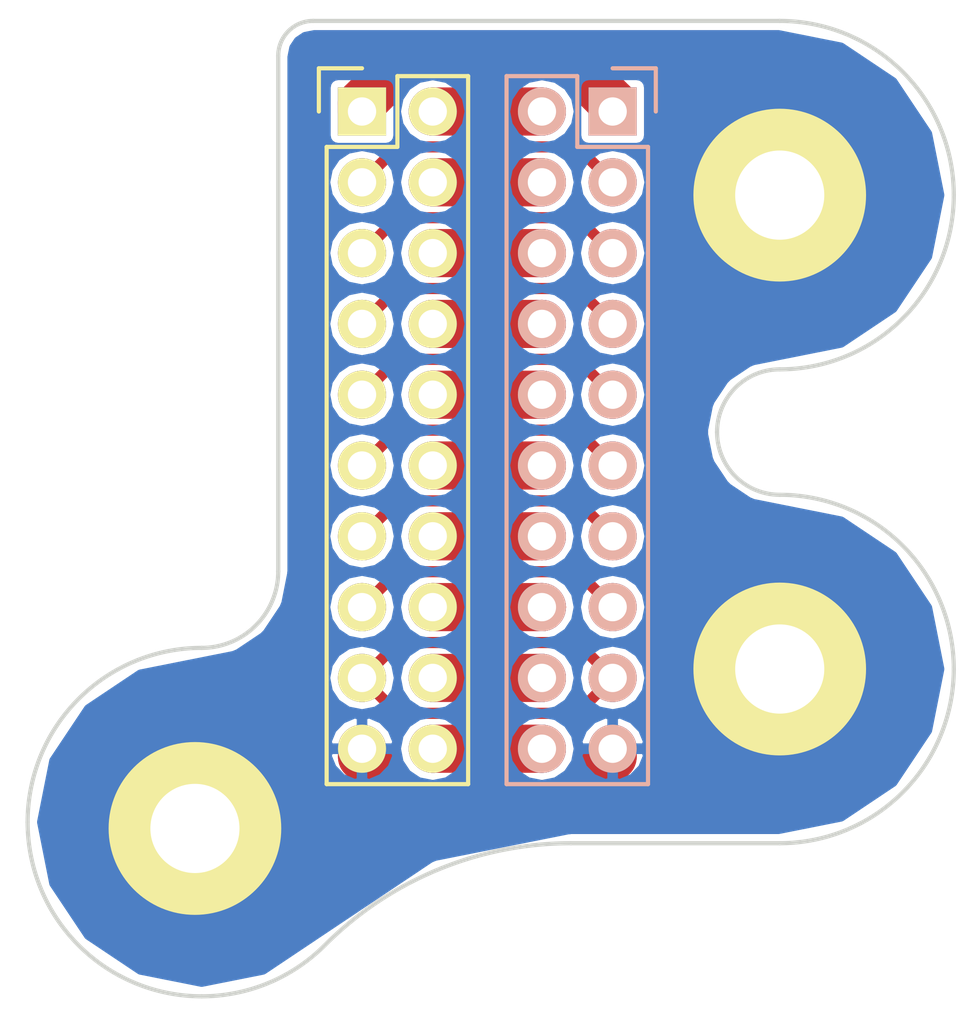
<source format=kicad_pcb>
(kicad_pcb (version 20160815) (host pcbnew "(2016-12-15 revision b13c7e4)-master")

  (general
    (links 23)
    (no_connects 0)
    (area 125.725 86.9425 165.275 131.825001)
    (thickness 1.6)
    (drawings 15)
    (tracks 51)
    (zones 0)
    (modules 5)
    (nets 21)
  )

  (page A4)
  (title_block
    (title "Tool Head PCB")
    (date 2017-01-30)
    (rev 0.6)
    (company "Aleph Objects Inc.")
    (comment 1 "GNU GPLv3, Copyright 2016")
  )

  (layers
    (0 F.Cu signal)
    (31 B.Cu signal)
    (32 B.Adhes user)
    (33 F.Adhes user)
    (34 B.Paste user)
    (35 F.Paste user)
    (36 B.SilkS user)
    (37 F.SilkS user)
    (38 B.Mask user)
    (39 F.Mask user)
    (40 Dwgs.User user)
    (41 Cmts.User user)
    (42 Eco1.User user)
    (43 Eco2.User user)
    (44 Edge.Cuts user)
    (45 Margin user)
    (46 B.CrtYd user)
    (47 F.CrtYd user)
    (48 B.Fab user)
    (49 F.Fab user)
  )

  (setup
    (last_trace_width 0.4)
    (trace_clearance 0.2)
    (zone_clearance 0.254)
    (zone_45_only no)
    (trace_min 0.2)
    (segment_width 0.2)
    (edge_width 0.15)
    (via_size 0.8)
    (via_drill 0.4)
    (via_min_size 0.4)
    (via_min_drill 0.3)
    (uvia_size 0.3)
    (uvia_drill 0.1)
    (uvias_allowed no)
    (uvia_min_size 0.2)
    (uvia_min_drill 0.1)
    (pcb_text_width 0.3)
    (pcb_text_size 1.5 1.5)
    (mod_edge_width 0.15)
    (mod_text_size 1 1)
    (mod_text_width 0.15)
    (pad_size 6.2 6.2)
    (pad_drill 3.2)
    (pad_to_mask_clearance 0.2)
    (aux_axis_origin 0 0)
    (visible_elements FFFFFF7F)
    (pcbplotparams
      (layerselection 0x010f0_ffffffff)
      (usegerberextensions true)
      (excludeedgelayer true)
      (linewidth 0.100000)
      (plotframeref false)
      (viasonmask false)
      (mode 1)
      (useauxorigin false)
      (hpglpennumber 1)
      (hpglpenspeed 20)
      (hpglpendiameter 15)
      (psnegative false)
      (psa4output false)
      (plotreference true)
      (plotvalue true)
      (plotinvisibletext false)
      (padsonsilk false)
      (subtractmaskfromsilk false)
      (outputformat 1)
      (mirror false)
      (drillshape 0)
      (scaleselection 1)
      (outputdirectory gerbers/))
  )

  (net 0 "")
  (net 1 GND)
  (net 2 /HEAT)
  (net 3 /OA1)
  (net 4 /E-FAN)
  (net 5 /OA2)
  (net 6 /OB1)
  (net 7 /OB2)
  (net 8 /IO3)
  (net 9 /IO2)
  (net 10 /MISO)
  (net 11 /SCLK)
  (net 12 /MOSI)
  (net 13 +3V3)
  (net 14 +5V)
  (net 15 /~SS1)
  (net 16 /~SS0)
  (net 17 /ENC_B)
  (net 18 /ENC_A)
  (net 19 /IO0)
  (net 20 /IO1)

  (net_class Default "This is the default net class."
    (clearance 0.2)
    (trace_width 0.4)
    (via_dia 0.8)
    (via_drill 0.4)
    (uvia_dia 0.3)
    (uvia_drill 0.1)
    (diff_pair_gap 0.25)
    (diff_pair_width 0.2)
    (add_net /E-FAN)
    (add_net /ENC_A)
    (add_net /ENC_B)
    (add_net /IO0)
    (add_net /IO1)
    (add_net /MISO)
    (add_net /MOSI)
    (add_net /SCLK)
    (add_net /~SS0)
    (add_net /~SS1)
  )

  (net_class Inner ""
    (clearance 0.2)
    (trace_width 1.7272)
    (via_dia 0.8)
    (via_drill 0.4)
    (uvia_dia 0.3)
    (uvia_drill 0.1)
    (diff_pair_gap 0.25)
    (diff_pair_width 0.2)
    (add_net +3V3)
    (add_net +5V)
    (add_net /HEAT)
    (add_net /IO2)
    (add_net /IO3)
    (add_net /OA1)
    (add_net /OA2)
    (add_net /OB1)
    (add_net /OB2)
    (add_net GND)
  )

  (module carriage_connector:MountingHole_3mm_Pad (layer F.Cu) (tedit 58488DCC) (tstamp 584888B1)
    (at 156 113)
    (descr "Mounting Hole 3mm")
    (tags "mounting hole 3mm")
    (fp_text reference REF** (at 0 -4) (layer F.SilkS) hide
      (effects (font (size 1 1) (thickness 0.15)))
    )
    (fp_text value MountingHole_3mm_Pad (at 0 4) (layer F.Fab) hide
      (effects (font (size 1 1) (thickness 0.15)))
    )
    (fp_circle (center 0 0) (end 2.75 0) (layer F.CrtYd) (width 0.05))
    (pad "" thru_hole circle (at 0 0) (size 6.2 6.2) (drill 3.2) (layers *.Cu *.Mask F.SilkS)
      (net 1 GND) (zone_connect 2))
  )

  (module carriage_connector:MountingHole_3mm_Pad (layer F.Cu) (tedit 588B623B) (tstamp 58488899)
    (at 135 118.75)
    (descr "Mounting Hole 3mm")
    (tags "mounting hole 3mm")
    (fp_text reference REF** (at 0 -4) (layer F.SilkS) hide
      (effects (font (size 1 1) (thickness 0.15)))
    )
    (fp_text value MountingHole_3mm_Pad (at 0 4) (layer F.Fab) hide
      (effects (font (size 1 1) (thickness 0.15)))
    )
    (fp_circle (center 0 0) (end 2.75 0) (layer F.CrtYd) (width 0.05))
    (pad "" thru_hole circle (at 0 -0.03) (size 6.2 6.2) (drill 3.2) (layers *.Cu *.Mask F.SilkS)
      (net 1 GND) (zone_connect 2))
  )

  (module carriage_connector:MountingHole_3mm_Pad (layer F.Cu) (tedit 58488DCC) (tstamp 584C1EDD)
    (at 156 96)
    (descr "Mounting Hole 3mm")
    (tags "mounting hole 3mm")
    (fp_text reference REF** (at 0 -4) (layer F.SilkS) hide
      (effects (font (size 1 1) (thickness 0.15)))
    )
    (fp_text value MountingHole_3mm_Pad (at 0 4) (layer F.Fab) hide
      (effects (font (size 1 1) (thickness 0.15)))
    )
    (fp_circle (center 0 0) (end 2.75 0) (layer F.CrtYd) (width 0.05))
    (pad "" thru_hole circle (at 0 0) (size 6.2 6.2) (drill 3.2) (layers *.Cu *.Mask F.SilkS)
      (net 1 GND) (zone_connect 2))
  )

  (module Pin_Headers:Pin_Header_Straight_2x10 (layer B.Cu) (tedit 58488DCC) (tstamp 58487ABA)
    (at 150 93 180)
    (descr "Through hole pin header")
    (tags "pin header")
    (path /584878D8)
    (fp_text reference P1 (at 0 5.1 180) (layer B.SilkS) hide
      (effects (font (size 1 1) (thickness 0.15)) (justify mirror))
    )
    (fp_text value CONN_02X10 (at 0 3.1 180) (layer B.Fab) hide
      (effects (font (size 1 1) (thickness 0.15)) (justify mirror))
    )
    (fp_line (start -1.55 1.55) (end -1.55 0) (layer B.SilkS) (width 0.15))
    (fp_line (start 1.27 -1.27) (end -1.27 -1.27) (layer B.SilkS) (width 0.15))
    (fp_line (start 1.27 1.27) (end 1.27 -1.27) (layer B.SilkS) (width 0.15))
    (fp_line (start 0 1.55) (end -1.55 1.55) (layer B.SilkS) (width 0.15))
    (fp_line (start 3.81 1.27) (end 1.27 1.27) (layer B.SilkS) (width 0.15))
    (fp_line (start 3.81 -24.13) (end -1.27 -24.13) (layer B.SilkS) (width 0.15))
    (fp_line (start -1.27 -1.27) (end -1.27 -24.13) (layer B.SilkS) (width 0.15))
    (fp_line (start 3.81 -24.13) (end 3.81 1.27) (layer B.SilkS) (width 0.15))
    (fp_line (start -1.75 -24.65) (end 4.3 -24.65) (layer B.CrtYd) (width 0.05))
    (fp_line (start -1.75 1.75) (end 4.3 1.75) (layer B.CrtYd) (width 0.05))
    (fp_line (start 4.3 1.75) (end 4.3 -24.65) (layer B.CrtYd) (width 0.05))
    (fp_line (start -1.75 1.75) (end -1.75 -24.65) (layer B.CrtYd) (width 0.05))
    (pad 1 thru_hole rect (at 0 0 180) (size 1.7272 1.7272) (drill 1.016) (layers *.Cu *.Mask B.SilkS)
      (net 13 +3V3))
    (pad 2 thru_hole oval (at 2.54 0 180) (size 1.7272 1.7272) (drill 1.016) (layers *.Cu *.Mask B.SilkS)
      (net 14 +5V))
    (pad 3 thru_hole oval (at 0 -2.54 180) (size 1.7272 1.7272) (drill 1.016) (layers *.Cu *.Mask B.SilkS)
      (net 15 /~SS1))
    (pad 4 thru_hole oval (at 2.54 -2.54 180) (size 1.7272 1.7272) (drill 1.016) (layers *.Cu *.Mask B.SilkS)
      (net 12 /MOSI))
    (pad 5 thru_hole oval (at 0 -5.08 180) (size 1.7272 1.7272) (drill 1.016) (layers *.Cu *.Mask B.SilkS)
      (net 16 /~SS0))
    (pad 6 thru_hole oval (at 2.54 -5.08 180) (size 1.7272 1.7272) (drill 1.016) (layers *.Cu *.Mask B.SilkS)
      (net 11 /SCLK))
    (pad 7 thru_hole oval (at 0 -7.62 180) (size 1.7272 1.7272) (drill 1.016) (layers *.Cu *.Mask B.SilkS)
      (net 17 /ENC_B))
    (pad 8 thru_hole oval (at 2.54 -7.62 180) (size 1.7272 1.7272) (drill 1.016) (layers *.Cu *.Mask B.SilkS)
      (net 10 /MISO))
    (pad 9 thru_hole oval (at 0 -10.16 180) (size 1.7272 1.7272) (drill 1.016) (layers *.Cu *.Mask B.SilkS)
      (net 18 /ENC_A))
    (pad 10 thru_hole oval (at 2.54 -10.16 180) (size 1.7272 1.7272) (drill 1.016) (layers *.Cu *.Mask B.SilkS)
      (net 8 /IO3))
    (pad 11 thru_hole oval (at 0 -12.7 180) (size 1.7272 1.7272) (drill 1.016) (layers *.Cu *.Mask B.SilkS)
      (net 19 /IO0))
    (pad 12 thru_hole oval (at 2.54 -12.7 180) (size 1.7272 1.7272) (drill 1.016) (layers *.Cu *.Mask B.SilkS)
      (net 7 /OB2))
    (pad 13 thru_hole oval (at 0 -15.24 180) (size 1.7272 1.7272) (drill 1.016) (layers *.Cu *.Mask B.SilkS)
      (net 20 /IO1))
    (pad 14 thru_hole oval (at 2.54 -15.24 180) (size 1.7272 1.7272) (drill 1.016) (layers *.Cu *.Mask B.SilkS)
      (net 6 /OB1))
    (pad 15 thru_hole oval (at 0 -17.78 180) (size 1.7272 1.7272) (drill 1.016) (layers *.Cu *.Mask B.SilkS)
      (net 9 /IO2))
    (pad 16 thru_hole oval (at 2.54 -17.78 180) (size 1.7272 1.7272) (drill 1.016) (layers *.Cu *.Mask B.SilkS)
      (net 5 /OA2))
    (pad 17 thru_hole oval (at 0 -20.32 180) (size 1.7272 1.7272) (drill 1.016) (layers *.Cu *.Mask B.SilkS)
      (net 4 /E-FAN))
    (pad 18 thru_hole oval (at 2.54 -20.32 180) (size 1.7272 1.7272) (drill 1.016) (layers *.Cu *.Mask B.SilkS)
      (net 3 /OA1))
    (pad 19 thru_hole oval (at 0 -22.86 180) (size 1.7272 1.7272) (drill 1.016) (layers *.Cu *.Mask B.SilkS)
      (net 1 GND))
    (pad 20 thru_hole oval (at 2.54 -22.86 180) (size 1.7272 1.7272) (drill 1.016) (layers *.Cu *.Mask B.SilkS)
      (net 2 /HEAT))
    (model Pin_Headers.3dshapes/Pin_Header_Straight_2x10.wrl
      (at (xyz 0.05 -0.45 0))
      (scale (xyz 1 1 1))
      (rotate (xyz 0 0 90))
    )
  )

  (module Pin_Headers:Pin_Header_Straight_2x10 (layer F.Cu) (tedit 58488DCC) (tstamp 58487AD2)
    (at 141 93)
    (descr "Through hole pin header")
    (tags "pin header")
    (path /58892247)
    (fp_text reference P2 (at 0 -5.1) (layer F.SilkS) hide
      (effects (font (size 1 1) (thickness 0.15)))
    )
    (fp_text value CONN_02X10 (at 0 -3.1) (layer F.Fab) hide
      (effects (font (size 1 1) (thickness 0.15)))
    )
    (fp_line (start -1.75 -1.75) (end -1.75 24.65) (layer F.CrtYd) (width 0.05))
    (fp_line (start 4.3 -1.75) (end 4.3 24.65) (layer F.CrtYd) (width 0.05))
    (fp_line (start -1.75 -1.75) (end 4.3 -1.75) (layer F.CrtYd) (width 0.05))
    (fp_line (start -1.75 24.65) (end 4.3 24.65) (layer F.CrtYd) (width 0.05))
    (fp_line (start 3.81 24.13) (end 3.81 -1.27) (layer F.SilkS) (width 0.15))
    (fp_line (start -1.27 1.27) (end -1.27 24.13) (layer F.SilkS) (width 0.15))
    (fp_line (start 3.81 24.13) (end -1.27 24.13) (layer F.SilkS) (width 0.15))
    (fp_line (start 3.81 -1.27) (end 1.27 -1.27) (layer F.SilkS) (width 0.15))
    (fp_line (start 0 -1.55) (end -1.55 -1.55) (layer F.SilkS) (width 0.15))
    (fp_line (start 1.27 -1.27) (end 1.27 1.27) (layer F.SilkS) (width 0.15))
    (fp_line (start 1.27 1.27) (end -1.27 1.27) (layer F.SilkS) (width 0.15))
    (fp_line (start -1.55 -1.55) (end -1.55 0) (layer F.SilkS) (width 0.15))
    (pad 20 thru_hole oval (at 2.54 22.86) (size 1.7272 1.7272) (drill 1.016) (layers *.Cu *.Mask F.SilkS)
      (net 2 /HEAT))
    (pad 19 thru_hole oval (at 0 22.86) (size 1.7272 1.7272) (drill 1.016) (layers *.Cu *.Mask F.SilkS)
      (net 1 GND))
    (pad 18 thru_hole oval (at 2.54 20.32) (size 1.7272 1.7272) (drill 1.016) (layers *.Cu *.Mask F.SilkS)
      (net 3 /OA1))
    (pad 17 thru_hole oval (at 0 20.32) (size 1.7272 1.7272) (drill 1.016) (layers *.Cu *.Mask F.SilkS)
      (net 4 /E-FAN))
    (pad 16 thru_hole oval (at 2.54 17.78) (size 1.7272 1.7272) (drill 1.016) (layers *.Cu *.Mask F.SilkS)
      (net 5 /OA2))
    (pad 15 thru_hole oval (at 0 17.78) (size 1.7272 1.7272) (drill 1.016) (layers *.Cu *.Mask F.SilkS)
      (net 9 /IO2))
    (pad 14 thru_hole oval (at 2.54 15.24) (size 1.7272 1.7272) (drill 1.016) (layers *.Cu *.Mask F.SilkS)
      (net 6 /OB1))
    (pad 13 thru_hole oval (at 0 15.24) (size 1.7272 1.7272) (drill 1.016) (layers *.Cu *.Mask F.SilkS)
      (net 20 /IO1))
    (pad 12 thru_hole oval (at 2.54 12.7) (size 1.7272 1.7272) (drill 1.016) (layers *.Cu *.Mask F.SilkS)
      (net 7 /OB2))
    (pad 11 thru_hole oval (at 0 12.7) (size 1.7272 1.7272) (drill 1.016) (layers *.Cu *.Mask F.SilkS)
      (net 19 /IO0))
    (pad 10 thru_hole oval (at 2.54 10.16) (size 1.7272 1.7272) (drill 1.016) (layers *.Cu *.Mask F.SilkS)
      (net 8 /IO3))
    (pad 9 thru_hole oval (at 0 10.16) (size 1.7272 1.7272) (drill 1.016) (layers *.Cu *.Mask F.SilkS)
      (net 18 /ENC_A))
    (pad 8 thru_hole oval (at 2.54 7.62) (size 1.7272 1.7272) (drill 1.016) (layers *.Cu *.Mask F.SilkS)
      (net 10 /MISO))
    (pad 7 thru_hole oval (at 0 7.62) (size 1.7272 1.7272) (drill 1.016) (layers *.Cu *.Mask F.SilkS)
      (net 17 /ENC_B))
    (pad 6 thru_hole oval (at 2.54 5.08) (size 1.7272 1.7272) (drill 1.016) (layers *.Cu *.Mask F.SilkS)
      (net 11 /SCLK))
    (pad 5 thru_hole oval (at 0 5.08) (size 1.7272 1.7272) (drill 1.016) (layers *.Cu *.Mask F.SilkS)
      (net 16 /~SS0))
    (pad 4 thru_hole oval (at 2.54 2.54) (size 1.7272 1.7272) (drill 1.016) (layers *.Cu *.Mask F.SilkS)
      (net 12 /MOSI))
    (pad 3 thru_hole oval (at 0 2.54) (size 1.7272 1.7272) (drill 1.016) (layers *.Cu *.Mask F.SilkS)
      (net 15 /~SS1))
    (pad 2 thru_hole oval (at 2.54 0) (size 1.7272 1.7272) (drill 1.016) (layers *.Cu *.Mask F.SilkS)
      (net 14 +5V))
    (pad 1 thru_hole rect (at 0 0) (size 1.7272 1.7272) (drill 1.016) (layers *.Cu *.Mask F.SilkS)
      (net 13 +3V3))
    (model Pin_Headers.3dshapes/Pin_Header_Straight_2x10.wrl
      (at (xyz 0.05 -0.45 0))
      (scale (xyz 1 1 1))
      (rotate (xyz 0 0 90))
    )
  )

  (gr_line (start 156 89.75) (end 139.25 89.75) (angle 90) (layer Edge.Cuts) (width 0.15))
  (gr_arc (start 139.241748 91) (end 137.991748 91) (angle 90) (layer Edge.Cuts) (width 0.15))
  (gr_line (start 137.991748 109.5) (end 137.991748 91) (angle 90) (layer Edge.Cuts) (width 0.15))
  (gr_arc (start 135.241748 109.491748) (end 137.991748 109.491748) (angle 90) (layer Edge.Cuts) (width 0.15))
  (gr_arc (start 135.241748 118.491748) (end 135.241748 124.741748) (angle -45) (layer Edge.Cuts) (width 0.15))
  (gr_arc (start 148.5 131.75) (end 148.5 119.25) (angle -45) (layer Edge.Cuts) (width 0.15))
  (gr_line (start 156 119.25) (end 148.5 119.25) (angle 90) (layer Edge.Cuts) (width 0.15))
  (gr_arc (start 135.241748 118.491748) (end 135.241748 124.741748) (angle 90) (layer Edge.Cuts) (width 0.15))
  (gr_arc (start 135.241748 118.491748) (end 128.991748 118.491748) (angle 90) (layer Edge.Cuts) (width 0.15))
  (gr_arc (start 156 96) (end 156 89.75) (angle 90) (layer Edge.Cuts) (width 0.15))
  (gr_arc (start 156 104.5) (end 156 106.75) (angle 90) (layer Edge.Cuts) (width 0.15))
  (gr_arc (start 156 104.5) (end 153.75 104.5) (angle 90) (layer Edge.Cuts) (width 0.15))
  (gr_arc (start 156 96) (end 162.25 96) (angle 90) (layer Edge.Cuts) (width 0.15))
  (gr_arc (start 156 113) (end 156 106.75) (angle 90) (layer Edge.Cuts) (width 0.15))
  (gr_arc (start 156 113) (end 162.25 113) (angle 90) (layer Edge.Cuts) (width 0.15))

  (segment (start 150 116.144643) (end 148.288453 117.85619) (width 1.7272) (layer F.Cu) (net 1))
  (segment (start 142.70866 117.85619) (end 141 116.14753) (width 1.7272) (layer F.Cu) (net 1))
  (segment (start 148.288453 117.85619) (end 142.70866 117.85619) (width 1.7272) (layer F.Cu) (net 1))
  (segment (start 141 116.14753) (end 141 115.86) (width 1.7272) (layer F.Cu) (net 1))
  (segment (start 150 115.86) (end 150 116.144643) (width 1.7272) (layer F.Cu) (net 1))
  (segment (start 143.54 115.86) (end 147.46 115.86) (width 1.7272) (layer F.Cu) (net 2))
  (segment (start 143.54 113.32) (end 147.46 113.32) (width 1.7272) (layer F.Cu) (net 3))
  (segment (start 148.730208 112.050208) (end 150 113.32) (width 0.4) (layer F.Cu) (net 4))
  (segment (start 141.03 113.32) (end 142.299792 112.050208) (width 0.4) (layer F.Cu) (net 4))
  (segment (start 142.299792 112.050208) (end 148.730208 112.050208) (width 0.4) (layer F.Cu) (net 4))
  (segment (start 141 113.32) (end 141.03 113.32) (width 0.4) (layer F.Cu) (net 4))
  (segment (start 150 113.32) (end 148.73044 114.58956) (width 0.4) (layer F.Cu) (net 4))
  (segment (start 142.26956 114.58956) (end 141 113.32) (width 0.4) (layer F.Cu) (net 4))
  (segment (start 142.26956 114.58956) (end 148.73044 114.58956) (width 0.4) (layer F.Cu) (net 4))
  (segment (start 143.54 110.78) (end 147.46 110.78) (width 1.7272) (layer F.Cu) (net 5))
  (segment (start 147.46 110.78) (end 148.12987 110.78) (width 0.4) (layer F.Cu) (net 5))
  (segment (start 143.54 110.54) (end 143.54 110.78) (width 0.4) (layer F.Cu) (net 5) (status 30))
  (segment (start 143.54 108.24) (end 147.46 108.24) (width 1.7272) (layer F.Cu) (net 6))
  (segment (start 143.24 108.24) (end 143.54 108.24) (width 0.4) (layer F.Cu) (net 6) (status 30))
  (segment (start 143.54 105.7) (end 147.46 105.7) (width 1.7272) (layer F.Cu) (net 7))
  (segment (start 143.54 103.16) (end 147.46 103.16) (width 1.7272) (layer F.Cu) (net 8))
  (segment (start 148.729309 109.509309) (end 150 110.78) (width 0.4) (layer F.Cu) (net 9))
  (segment (start 142.270691 109.509309) (end 148.729309 109.509309) (width 0.4) (layer F.Cu) (net 9))
  (segment (start 141 110.78) (end 142.270691 109.509309) (width 0.4) (layer F.Cu) (net 9))
  (segment (start 143.54 100.62) (end 147.46 100.62) (width 1.7272) (layer F.Cu) (net 10))
  (segment (start 143.54 98.08) (end 147.46 98.08) (width 1.7272) (layer F.Cu) (net 11))
  (segment (start 143.54 95.54) (end 147.46 95.54) (width 1.7272) (layer F.Cu) (net 12))
  (segment (start 141 93) (end 141 92.696452) (width 1.7272) (layer F.Cu) (net 13))
  (segment (start 141 92.696452) (end 142.693237 91.003215) (width 1.7272) (layer F.Cu) (net 13))
  (segment (start 142.693237 91.003215) (end 148.303144 91.003215) (width 1.7272) (layer F.Cu) (net 13))
  (segment (start 148.303144 91.003215) (end 150 92.700071) (width 1.7272) (layer F.Cu) (net 13))
  (segment (start 150 92.700071) (end 150 93) (width 1.7272) (layer F.Cu) (net 13))
  (segment (start 143.54 93) (end 147.46 93) (width 1.7272) (layer F.Cu) (net 14))
  (segment (start 148.729468 94.269468) (end 150 95.54) (width 0.4) (layer F.Cu) (net 15))
  (segment (start 142.270532 94.269468) (end 148.729468 94.269468) (width 0.4) (layer F.Cu) (net 15))
  (segment (start 141 95.54) (end 142.270532 94.269468) (width 0.4) (layer F.Cu) (net 15))
  (segment (start 148.730942 96.810942) (end 150 98.08) (width 0.4) (layer F.Cu) (net 16))
  (segment (start 142.269058 96.810942) (end 148.730942 96.810942) (width 0.4) (layer F.Cu) (net 16))
  (segment (start 141 98.08) (end 142.269058 96.810942) (width 0.4) (layer F.Cu) (net 16))
  (segment (start 148.730807 99.350807) (end 150 100.62) (width 0.4) (layer F.Cu) (net 17))
  (segment (start 142.269193 99.350807) (end 148.730807 99.350807) (width 0.4) (layer F.Cu) (net 17))
  (segment (start 141 100.62) (end 142.269193 99.350807) (width 0.4) (layer F.Cu) (net 17))
  (segment (start 148.731359 101.891359) (end 150 103.16) (width 0.4) (layer F.Cu) (net 18))
  (segment (start 142.268641 101.891359) (end 148.731359 101.891359) (width 0.4) (layer F.Cu) (net 18))
  (segment (start 141 103.16) (end 142.268641 101.891359) (width 0.4) (layer F.Cu) (net 18))
  (segment (start 148.731865 104.431865) (end 150 105.7) (width 0.4) (layer F.Cu) (net 19))
  (segment (start 141 105.7) (end 142.268135 104.431865) (width 0.4) (layer F.Cu) (net 19))
  (segment (start 142.268135 104.431865) (end 148.731865 104.431865) (width 0.4) (layer F.Cu) (net 19))
  (segment (start 148.727875 106.967875) (end 150 108.24) (width 0.4) (layer F.Cu) (net 20))
  (segment (start 142.272125 106.967875) (end 148.727875 106.967875) (width 0.4) (layer F.Cu) (net 20))
  (segment (start 141 108.24) (end 142.272125 106.967875) (width 0.4) (layer F.Cu) (net 20))

  (zone (net 1) (net_name GND) (layer B.Cu) (tstamp 58488A82) (hatch edge 0.508)
    (connect_pads (clearance 0.254))
    (min_thickness 0.254)
    (fill yes (arc_segments 16) (thermal_gap 0.254) (thermal_bridge_width 0.381))
    (polygon
      (pts
        (xy 163 125.75) (xy 128 125.75) (xy 128 89) (xy 163 89)
      )
    )
    (filled_polygon
      (pts
        (xy 158.213849 90.655295) (xy 160.090659 91.909341) (xy 161.344705 93.786151) (xy 161.785066 96) (xy 161.344705 98.213849)
        (xy 160.090659 100.090659) (xy 158.213849 101.344705) (xy 155.911039 101.802762) (xy 155.050001 101.974033) (xy 154.885622 102.042121)
        (xy 154.15567 102.52986) (xy 154.029859 102.65567) (xy 154.029859 102.655671) (xy 153.542123 103.385619) (xy 153.542121 103.385621)
        (xy 153.474033 103.550001) (xy 153.302762 104.411037) (xy 153.302762 104.588961) (xy 153.474033 105.449999) (xy 153.542121 105.614379)
        (xy 153.542123 105.614381) (xy 154.029857 106.344326) (xy 154.029859 106.34433) (xy 154.15567 106.47014) (xy 154.885622 106.957879)
        (xy 155.050001 107.025967) (xy 155.911039 107.197238) (xy 158.213849 107.655295) (xy 160.090659 108.909341) (xy 161.344705 110.786151)
        (xy 161.785066 113) (xy 161.344705 115.213849) (xy 160.090659 117.090659) (xy 158.213849 118.344705) (xy 155.955089 118.794)
        (xy 148.5 118.794) (xy 148.45595 118.802762) (xy 148.411039 118.802762) (xy 143.627496 119.754268) (xy 143.463117 119.822356)
        (xy 139.407825 122.532015) (xy 137.455597 123.836453) (xy 135.241748 124.276814) (xy 133.027899 123.836453) (xy 131.151089 122.582407)
        (xy 129.897043 120.705597) (xy 129.456681 118.491748) (xy 129.897043 116.277899) (xy 130.004443 116.117163) (xy 139.782258 116.117163)
        (xy 139.957079 116.539235) (xy 140.296399 116.88664) (xy 140.742836 117.077748) (xy 140.9365 117.007735) (xy 140.9365 115.9235)
        (xy 141.0635 115.9235) (xy 141.0635 117.007735) (xy 141.257164 117.077748) (xy 141.703601 116.88664) (xy 142.042921 116.539235)
        (xy 142.217742 116.117163) (xy 142.147595 115.9235) (xy 141.0635 115.9235) (xy 140.9365 115.9235) (xy 139.852405 115.9235)
        (xy 139.782258 116.117163) (xy 130.004443 116.117163) (xy 130.176274 115.86) (xy 142.271017 115.86) (xy 142.365757 116.336288)
        (xy 142.635552 116.740065) (xy 143.039329 117.00986) (xy 143.515617 117.1046) (xy 143.564383 117.1046) (xy 144.040671 117.00986)
        (xy 144.444448 116.740065) (xy 144.714243 116.336288) (xy 144.808983 115.86) (xy 146.191017 115.86) (xy 146.285757 116.336288)
        (xy 146.555552 116.740065) (xy 146.959329 117.00986) (xy 147.435617 117.1046) (xy 147.484383 117.1046) (xy 147.960671 117.00986)
        (xy 148.364448 116.740065) (xy 148.634243 116.336288) (xy 148.677829 116.117163) (xy 148.782258 116.117163) (xy 148.957079 116.539235)
        (xy 149.296399 116.88664) (xy 149.742836 117.077748) (xy 149.9365 117.007735) (xy 149.9365 115.9235) (xy 150.0635 115.9235)
        (xy 150.0635 117.007735) (xy 150.257164 117.077748) (xy 150.703601 116.88664) (xy 151.042921 116.539235) (xy 151.217742 116.117163)
        (xy 151.147595 115.9235) (xy 150.0635 115.9235) (xy 149.9365 115.9235) (xy 148.852405 115.9235) (xy 148.782258 116.117163)
        (xy 148.677829 116.117163) (xy 148.728983 115.86) (xy 148.67783 115.602837) (xy 148.782258 115.602837) (xy 148.852405 115.7965)
        (xy 149.9365 115.7965) (xy 149.9365 114.712265) (xy 150.0635 114.712265) (xy 150.0635 115.7965) (xy 151.147595 115.7965)
        (xy 151.217742 115.602837) (xy 151.042921 115.180765) (xy 150.703601 114.83336) (xy 150.257164 114.642252) (xy 150.0635 114.712265)
        (xy 149.9365 114.712265) (xy 149.742836 114.642252) (xy 149.296399 114.83336) (xy 148.957079 115.180765) (xy 148.782258 115.602837)
        (xy 148.67783 115.602837) (xy 148.634243 115.383712) (xy 148.364448 114.979935) (xy 147.960671 114.71014) (xy 147.484383 114.6154)
        (xy 147.435617 114.6154) (xy 146.959329 114.71014) (xy 146.555552 114.979935) (xy 146.285757 115.383712) (xy 146.191017 115.86)
        (xy 144.808983 115.86) (xy 144.714243 115.383712) (xy 144.444448 114.979935) (xy 144.040671 114.71014) (xy 143.564383 114.6154)
        (xy 143.515617 114.6154) (xy 143.039329 114.71014) (xy 142.635552 114.979935) (xy 142.365757 115.383712) (xy 142.271017 115.86)
        (xy 130.176274 115.86) (xy 130.348105 115.602837) (xy 139.782258 115.602837) (xy 139.852405 115.7965) (xy 140.9365 115.7965)
        (xy 140.9365 114.712265) (xy 141.0635 114.712265) (xy 141.0635 115.7965) (xy 142.147595 115.7965) (xy 142.217742 115.602837)
        (xy 142.042921 115.180765) (xy 141.703601 114.83336) (xy 141.257164 114.642252) (xy 141.0635 114.712265) (xy 140.9365 114.712265)
        (xy 140.742836 114.642252) (xy 140.296399 114.83336) (xy 139.957079 115.180765) (xy 139.782258 115.602837) (xy 130.348105 115.602837)
        (xy 131.151089 114.401089) (xy 132.76905 113.32) (xy 139.731017 113.32) (xy 139.825757 113.796288) (xy 140.095552 114.200065)
        (xy 140.499329 114.46986) (xy 140.975617 114.5646) (xy 141.024383 114.5646) (xy 141.500671 114.46986) (xy 141.904448 114.200065)
        (xy 142.174243 113.796288) (xy 142.268983 113.32) (xy 142.271017 113.32) (xy 142.365757 113.796288) (xy 142.635552 114.200065)
        (xy 143.039329 114.46986) (xy 143.515617 114.5646) (xy 143.564383 114.5646) (xy 144.040671 114.46986) (xy 144.444448 114.200065)
        (xy 144.714243 113.796288) (xy 144.808983 113.32) (xy 146.191017 113.32) (xy 146.285757 113.796288) (xy 146.555552 114.200065)
        (xy 146.959329 114.46986) (xy 147.435617 114.5646) (xy 147.484383 114.5646) (xy 147.960671 114.46986) (xy 148.364448 114.200065)
        (xy 148.634243 113.796288) (xy 148.728983 113.32) (xy 148.731017 113.32) (xy 148.825757 113.796288) (xy 149.095552 114.200065)
        (xy 149.499329 114.46986) (xy 149.975617 114.5646) (xy 150.024383 114.5646) (xy 150.500671 114.46986) (xy 150.904448 114.200065)
        (xy 151.174243 113.796288) (xy 151.268983 113.32) (xy 151.174243 112.843712) (xy 150.904448 112.439935) (xy 150.500671 112.17014)
        (xy 150.024383 112.0754) (xy 149.975617 112.0754) (xy 149.499329 112.17014) (xy 149.095552 112.439935) (xy 148.825757 112.843712)
        (xy 148.731017 113.32) (xy 148.728983 113.32) (xy 148.634243 112.843712) (xy 148.364448 112.439935) (xy 147.960671 112.17014)
        (xy 147.484383 112.0754) (xy 147.435617 112.0754) (xy 146.959329 112.17014) (xy 146.555552 112.439935) (xy 146.285757 112.843712)
        (xy 146.191017 113.32) (xy 144.808983 113.32) (xy 144.714243 112.843712) (xy 144.444448 112.439935) (xy 144.040671 112.17014)
        (xy 143.564383 112.0754) (xy 143.515617 112.0754) (xy 143.039329 112.17014) (xy 142.635552 112.439935) (xy 142.365757 112.843712)
        (xy 142.271017 113.32) (xy 142.268983 113.32) (xy 142.174243 112.843712) (xy 141.904448 112.439935) (xy 141.500671 112.17014)
        (xy 141.024383 112.0754) (xy 140.975617 112.0754) (xy 140.499329 112.17014) (xy 140.095552 112.439935) (xy 139.825757 112.843712)
        (xy 139.731017 113.32) (xy 132.76905 113.32) (xy 133.027899 113.147043) (xy 135.33071 112.688986) (xy 135.330711 112.688986)
        (xy 136.383088 112.479655) (xy 136.547467 112.411567) (xy 137.439632 111.815442) (xy 137.565442 111.689632) (xy 138.161567 110.797467)
        (xy 138.168802 110.78) (xy 139.731017 110.78) (xy 139.825757 111.256288) (xy 140.095552 111.660065) (xy 140.499329 111.92986)
        (xy 140.975617 112.0246) (xy 141.024383 112.0246) (xy 141.500671 111.92986) (xy 141.904448 111.660065) (xy 142.174243 111.256288)
        (xy 142.268983 110.78) (xy 142.271017 110.78) (xy 142.365757 111.256288) (xy 142.635552 111.660065) (xy 143.039329 111.92986)
        (xy 143.515617 112.0246) (xy 143.564383 112.0246) (xy 144.040671 111.92986) (xy 144.444448 111.660065) (xy 144.714243 111.256288)
        (xy 144.808983 110.78) (xy 146.191017 110.78) (xy 146.285757 111.256288) (xy 146.555552 111.660065) (xy 146.959329 111.92986)
        (xy 147.435617 112.0246) (xy 147.484383 112.0246) (xy 147.960671 111.92986) (xy 148.364448 111.660065) (xy 148.634243 111.256288)
        (xy 148.728983 110.78) (xy 148.731017 110.78) (xy 148.825757 111.256288) (xy 149.095552 111.660065) (xy 149.499329 111.92986)
        (xy 149.975617 112.0246) (xy 150.024383 112.0246) (xy 150.500671 111.92986) (xy 150.904448 111.660065) (xy 151.174243 111.256288)
        (xy 151.268983 110.78) (xy 151.174243 110.303712) (xy 150.904448 109.899935) (xy 150.500671 109.63014) (xy 150.024383 109.5354)
        (xy 149.975617 109.5354) (xy 149.499329 109.63014) (xy 149.095552 109.899935) (xy 148.825757 110.303712) (xy 148.731017 110.78)
        (xy 148.728983 110.78) (xy 148.634243 110.303712) (xy 148.364448 109.899935) (xy 147.960671 109.63014) (xy 147.484383 109.5354)
        (xy 147.435617 109.5354) (xy 146.959329 109.63014) (xy 146.555552 109.899935) (xy 146.285757 110.303712) (xy 146.191017 110.78)
        (xy 144.808983 110.78) (xy 144.714243 110.303712) (xy 144.444448 109.899935) (xy 144.040671 109.63014) (xy 143.564383 109.5354)
        (xy 143.515617 109.5354) (xy 143.039329 109.63014) (xy 142.635552 109.899935) (xy 142.365757 110.303712) (xy 142.271017 110.78)
        (xy 142.268983 110.78) (xy 142.174243 110.303712) (xy 141.904448 109.899935) (xy 141.500671 109.63014) (xy 141.024383 109.5354)
        (xy 140.975617 109.5354) (xy 140.499329 109.63014) (xy 140.095552 109.899935) (xy 139.825757 110.303712) (xy 139.731017 110.78)
        (xy 138.168802 110.78) (xy 138.229655 110.633088) (xy 138.438986 109.580709) (xy 138.438986 109.54405) (xy 138.447748 109.5)
        (xy 138.447748 108.24) (xy 139.731017 108.24) (xy 139.825757 108.716288) (xy 140.095552 109.120065) (xy 140.499329 109.38986)
        (xy 140.975617 109.4846) (xy 141.024383 109.4846) (xy 141.500671 109.38986) (xy 141.904448 109.120065) (xy 142.174243 108.716288)
        (xy 142.268983 108.24) (xy 142.271017 108.24) (xy 142.365757 108.716288) (xy 142.635552 109.120065) (xy 143.039329 109.38986)
        (xy 143.515617 109.4846) (xy 143.564383 109.4846) (xy 144.040671 109.38986) (xy 144.444448 109.120065) (xy 144.714243 108.716288)
        (xy 144.808983 108.24) (xy 146.191017 108.24) (xy 146.285757 108.716288) (xy 146.555552 109.120065) (xy 146.959329 109.38986)
        (xy 147.435617 109.4846) (xy 147.484383 109.4846) (xy 147.960671 109.38986) (xy 148.364448 109.120065) (xy 148.634243 108.716288)
        (xy 148.728983 108.24) (xy 148.731017 108.24) (xy 148.825757 108.716288) (xy 149.095552 109.120065) (xy 149.499329 109.38986)
        (xy 149.975617 109.4846) (xy 150.024383 109.4846) (xy 150.500671 109.38986) (xy 150.904448 109.120065) (xy 151.174243 108.716288)
        (xy 151.268983 108.24) (xy 151.174243 107.763712) (xy 150.904448 107.359935) (xy 150.500671 107.09014) (xy 150.024383 106.9954)
        (xy 149.975617 106.9954) (xy 149.499329 107.09014) (xy 149.095552 107.359935) (xy 148.825757 107.763712) (xy 148.731017 108.24)
        (xy 148.728983 108.24) (xy 148.634243 107.763712) (xy 148.364448 107.359935) (xy 147.960671 107.09014) (xy 147.484383 106.9954)
        (xy 147.435617 106.9954) (xy 146.959329 107.09014) (xy 146.555552 107.359935) (xy 146.285757 107.763712) (xy 146.191017 108.24)
        (xy 144.808983 108.24) (xy 144.714243 107.763712) (xy 144.444448 107.359935) (xy 144.040671 107.09014) (xy 143.564383 106.9954)
        (xy 143.515617 106.9954) (xy 143.039329 107.09014) (xy 142.635552 107.359935) (xy 142.365757 107.763712) (xy 142.271017 108.24)
        (xy 142.268983 108.24) (xy 142.174243 107.763712) (xy 141.904448 107.359935) (xy 141.500671 107.09014) (xy 141.024383 106.9954)
        (xy 140.975617 106.9954) (xy 140.499329 107.09014) (xy 140.095552 107.359935) (xy 139.825757 107.763712) (xy 139.731017 108.24)
        (xy 138.447748 108.24) (xy 138.447748 105.7) (xy 139.731017 105.7) (xy 139.825757 106.176288) (xy 140.095552 106.580065)
        (xy 140.499329 106.84986) (xy 140.975617 106.9446) (xy 141.024383 106.9446) (xy 141.500671 106.84986) (xy 141.904448 106.580065)
        (xy 142.174243 106.176288) (xy 142.268983 105.7) (xy 142.271017 105.7) (xy 142.365757 106.176288) (xy 142.635552 106.580065)
        (xy 143.039329 106.84986) (xy 143.515617 106.9446) (xy 143.564383 106.9446) (xy 144.040671 106.84986) (xy 144.444448 106.580065)
        (xy 144.714243 106.176288) (xy 144.808983 105.7) (xy 146.191017 105.7) (xy 146.285757 106.176288) (xy 146.555552 106.580065)
        (xy 146.959329 106.84986) (xy 147.435617 106.9446) (xy 147.484383 106.9446) (xy 147.960671 106.84986) (xy 148.364448 106.580065)
        (xy 148.634243 106.176288) (xy 148.728983 105.7) (xy 148.731017 105.7) (xy 148.825757 106.176288) (xy 149.095552 106.580065)
        (xy 149.499329 106.84986) (xy 149.975617 106.9446) (xy 150.024383 106.9446) (xy 150.500671 106.84986) (xy 150.904448 106.580065)
        (xy 151.174243 106.176288) (xy 151.268983 105.7) (xy 151.174243 105.223712) (xy 150.904448 104.819935) (xy 150.500671 104.55014)
        (xy 150.024383 104.4554) (xy 149.975617 104.4554) (xy 149.499329 104.55014) (xy 149.095552 104.819935) (xy 148.825757 105.223712)
        (xy 148.731017 105.7) (xy 148.728983 105.7) (xy 148.634243 105.223712) (xy 148.364448 104.819935) (xy 147.960671 104.55014)
        (xy 147.484383 104.4554) (xy 147.435617 104.4554) (xy 146.959329 104.55014) (xy 146.555552 104.819935) (xy 146.285757 105.223712)
        (xy 146.191017 105.7) (xy 144.808983 105.7) (xy 144.714243 105.223712) (xy 144.444448 104.819935) (xy 144.040671 104.55014)
        (xy 143.564383 104.4554) (xy 143.515617 104.4554) (xy 143.039329 104.55014) (xy 142.635552 104.819935) (xy 142.365757 105.223712)
        (xy 142.271017 105.7) (xy 142.268983 105.7) (xy 142.174243 105.223712) (xy 141.904448 104.819935) (xy 141.500671 104.55014)
        (xy 141.024383 104.4554) (xy 140.975617 104.4554) (xy 140.499329 104.55014) (xy 140.095552 104.819935) (xy 139.825757 105.223712)
        (xy 139.731017 105.7) (xy 138.447748 105.7) (xy 138.447748 103.16) (xy 139.731017 103.16) (xy 139.825757 103.636288)
        (xy 140.095552 104.040065) (xy 140.499329 104.30986) (xy 140.975617 104.4046) (xy 141.024383 104.4046) (xy 141.500671 104.30986)
        (xy 141.904448 104.040065) (xy 142.174243 103.636288) (xy 142.268983 103.16) (xy 142.271017 103.16) (xy 142.365757 103.636288)
        (xy 142.635552 104.040065) (xy 143.039329 104.30986) (xy 143.515617 104.4046) (xy 143.564383 104.4046) (xy 144.040671 104.30986)
        (xy 144.444448 104.040065) (xy 144.714243 103.636288) (xy 144.808983 103.16) (xy 146.191017 103.16) (xy 146.285757 103.636288)
        (xy 146.555552 104.040065) (xy 146.959329 104.30986) (xy 147.435617 104.4046) (xy 147.484383 104.4046) (xy 147.960671 104.30986)
        (xy 148.364448 104.040065) (xy 148.634243 103.636288) (xy 148.728983 103.16) (xy 148.731017 103.16) (xy 148.825757 103.636288)
        (xy 149.095552 104.040065) (xy 149.499329 104.30986) (xy 149.975617 104.4046) (xy 150.024383 104.4046) (xy 150.500671 104.30986)
        (xy 150.904448 104.040065) (xy 151.174243 103.636288) (xy 151.268983 103.16) (xy 151.174243 102.683712) (xy 150.904448 102.279935)
        (xy 150.500671 102.01014) (xy 150.024383 101.9154) (xy 149.975617 101.9154) (xy 149.499329 102.01014) (xy 149.095552 102.279935)
        (xy 148.825757 102.683712) (xy 148.731017 103.16) (xy 148.728983 103.16) (xy 148.634243 102.683712) (xy 148.364448 102.279935)
        (xy 147.960671 102.01014) (xy 147.484383 101.9154) (xy 147.435617 101.9154) (xy 146.959329 102.01014) (xy 146.555552 102.279935)
        (xy 146.285757 102.683712) (xy 146.191017 103.16) (xy 144.808983 103.16) (xy 144.714243 102.683712) (xy 144.444448 102.279935)
        (xy 144.040671 102.01014) (xy 143.564383 101.9154) (xy 143.515617 101.9154) (xy 143.039329 102.01014) (xy 142.635552 102.279935)
        (xy 142.365757 102.683712) (xy 142.271017 103.16) (xy 142.268983 103.16) (xy 142.174243 102.683712) (xy 141.904448 102.279935)
        (xy 141.500671 102.01014) (xy 141.024383 101.9154) (xy 140.975617 101.9154) (xy 140.499329 102.01014) (xy 140.095552 102.279935)
        (xy 139.825757 102.683712) (xy 139.731017 103.16) (xy 138.447748 103.16) (xy 138.447748 100.62) (xy 139.731017 100.62)
        (xy 139.825757 101.096288) (xy 140.095552 101.500065) (xy 140.499329 101.76986) (xy 140.975617 101.8646) (xy 141.024383 101.8646)
        (xy 141.500671 101.76986) (xy 141.904448 101.500065) (xy 142.174243 101.096288) (xy 142.268983 100.62) (xy 142.271017 100.62)
        (xy 142.365757 101.096288) (xy 142.635552 101.500065) (xy 143.039329 101.76986) (xy 143.515617 101.8646) (xy 143.564383 101.8646)
        (xy 144.040671 101.76986) (xy 144.444448 101.500065) (xy 144.714243 101.096288) (xy 144.808983 100.62) (xy 146.191017 100.62)
        (xy 146.285757 101.096288) (xy 146.555552 101.500065) (xy 146.959329 101.76986) (xy 147.435617 101.8646) (xy 147.484383 101.8646)
        (xy 147.960671 101.76986) (xy 148.364448 101.500065) (xy 148.634243 101.096288) (xy 148.728983 100.62) (xy 148.731017 100.62)
        (xy 148.825757 101.096288) (xy 149.095552 101.500065) (xy 149.499329 101.76986) (xy 149.975617 101.8646) (xy 150.024383 101.8646)
        (xy 150.500671 101.76986) (xy 150.904448 101.500065) (xy 151.174243 101.096288) (xy 151.268983 100.62) (xy 151.174243 100.143712)
        (xy 150.904448 99.739935) (xy 150.500671 99.47014) (xy 150.024383 99.3754) (xy 149.975617 99.3754) (xy 149.499329 99.47014)
        (xy 149.095552 99.739935) (xy 148.825757 100.143712) (xy 148.731017 100.62) (xy 148.728983 100.62) (xy 148.634243 100.143712)
        (xy 148.364448 99.739935) (xy 147.960671 99.47014) (xy 147.484383 99.3754) (xy 147.435617 99.3754) (xy 146.959329 99.47014)
        (xy 146.555552 99.739935) (xy 146.285757 100.143712) (xy 146.191017 100.62) (xy 144.808983 100.62) (xy 144.714243 100.143712)
        (xy 144.444448 99.739935) (xy 144.040671 99.47014) (xy 143.564383 99.3754) (xy 143.515617 99.3754) (xy 143.039329 99.47014)
        (xy 142.635552 99.739935) (xy 142.365757 100.143712) (xy 142.271017 100.62) (xy 142.268983 100.62) (xy 142.174243 100.143712)
        (xy 141.904448 99.739935) (xy 141.500671 99.47014) (xy 141.024383 99.3754) (xy 140.975617 99.3754) (xy 140.499329 99.47014)
        (xy 140.095552 99.739935) (xy 139.825757 100.143712) (xy 139.731017 100.62) (xy 138.447748 100.62) (xy 138.447748 98.08)
        (xy 139.731017 98.08) (xy 139.825757 98.556288) (xy 140.095552 98.960065) (xy 140.499329 99.22986) (xy 140.975617 99.3246)
        (xy 141.024383 99.3246) (xy 141.500671 99.22986) (xy 141.904448 98.960065) (xy 142.174243 98.556288) (xy 142.268983 98.08)
        (xy 142.271017 98.08) (xy 142.365757 98.556288) (xy 142.635552 98.960065) (xy 143.039329 99.22986) (xy 143.515617 99.3246)
        (xy 143.564383 99.3246) (xy 144.040671 99.22986) (xy 144.444448 98.960065) (xy 144.714243 98.556288) (xy 144.808983 98.08)
        (xy 146.191017 98.08) (xy 146.285757 98.556288) (xy 146.555552 98.960065) (xy 146.959329 99.22986) (xy 147.435617 99.3246)
        (xy 147.484383 99.3246) (xy 147.960671 99.22986) (xy 148.364448 98.960065) (xy 148.634243 98.556288) (xy 148.728983 98.08)
        (xy 148.731017 98.08) (xy 148.825757 98.556288) (xy 149.095552 98.960065) (xy 149.499329 99.22986) (xy 149.975617 99.3246)
        (xy 150.024383 99.3246) (xy 150.500671 99.22986) (xy 150.904448 98.960065) (xy 151.174243 98.556288) (xy 151.268983 98.08)
        (xy 151.174243 97.603712) (xy 150.904448 97.199935) (xy 150.500671 96.93014) (xy 150.024383 96.8354) (xy 149.975617 96.8354)
        (xy 149.499329 96.93014) (xy 149.095552 97.199935) (xy 148.825757 97.603712) (xy 148.731017 98.08) (xy 148.728983 98.08)
        (xy 148.634243 97.603712) (xy 148.364448 97.199935) (xy 147.960671 96.93014) (xy 147.484383 96.8354) (xy 147.435617 96.8354)
        (xy 146.959329 96.93014) (xy 146.555552 97.199935) (xy 146.285757 97.603712) (xy 146.191017 98.08) (xy 144.808983 98.08)
        (xy 144.714243 97.603712) (xy 144.444448 97.199935) (xy 144.040671 96.93014) (xy 143.564383 96.8354) (xy 143.515617 96.8354)
        (xy 143.039329 96.93014) (xy 142.635552 97.199935) (xy 142.365757 97.603712) (xy 142.271017 98.08) (xy 142.268983 98.08)
        (xy 142.174243 97.603712) (xy 141.904448 97.199935) (xy 141.500671 96.93014) (xy 141.024383 96.8354) (xy 140.975617 96.8354)
        (xy 140.499329 96.93014) (xy 140.095552 97.199935) (xy 139.825757 97.603712) (xy 139.731017 98.08) (xy 138.447748 98.08)
        (xy 138.447748 95.54) (xy 139.731017 95.54) (xy 139.825757 96.016288) (xy 140.095552 96.420065) (xy 140.499329 96.68986)
        (xy 140.975617 96.7846) (xy 141.024383 96.7846) (xy 141.500671 96.68986) (xy 141.904448 96.420065) (xy 142.174243 96.016288)
        (xy 142.268983 95.54) (xy 142.271017 95.54) (xy 142.365757 96.016288) (xy 142.635552 96.420065) (xy 143.039329 96.68986)
        (xy 143.515617 96.7846) (xy 143.564383 96.7846) (xy 144.040671 96.68986) (xy 144.444448 96.420065) (xy 144.714243 96.016288)
        (xy 144.808983 95.54) (xy 146.191017 95.54) (xy 146.285757 96.016288) (xy 146.555552 96.420065) (xy 146.959329 96.68986)
        (xy 147.435617 96.7846) (xy 147.484383 96.7846) (xy 147.960671 96.68986) (xy 148.364448 96.420065) (xy 148.634243 96.016288)
        (xy 148.728983 95.54) (xy 148.731017 95.54) (xy 148.825757 96.016288) (xy 149.095552 96.420065) (xy 149.499329 96.68986)
        (xy 149.975617 96.7846) (xy 150.024383 96.7846) (xy 150.500671 96.68986) (xy 150.904448 96.420065) (xy 151.174243 96.016288)
        (xy 151.268983 95.54) (xy 151.174243 95.063712) (xy 150.904448 94.659935) (xy 150.500671 94.39014) (xy 150.024383 94.2954)
        (xy 149.975617 94.2954) (xy 149.499329 94.39014) (xy 149.095552 94.659935) (xy 148.825757 95.063712) (xy 148.731017 95.54)
        (xy 148.728983 95.54) (xy 148.634243 95.063712) (xy 148.364448 94.659935) (xy 147.960671 94.39014) (xy 147.484383 94.2954)
        (xy 147.435617 94.2954) (xy 146.959329 94.39014) (xy 146.555552 94.659935) (xy 146.285757 95.063712) (xy 146.191017 95.54)
        (xy 144.808983 95.54) (xy 144.714243 95.063712) (xy 144.444448 94.659935) (xy 144.040671 94.39014) (xy 143.564383 94.2954)
        (xy 143.515617 94.2954) (xy 143.039329 94.39014) (xy 142.635552 94.659935) (xy 142.365757 95.063712) (xy 142.271017 95.54)
        (xy 142.268983 95.54) (xy 142.174243 95.063712) (xy 141.904448 94.659935) (xy 141.500671 94.39014) (xy 141.024383 94.2954)
        (xy 140.975617 94.2954) (xy 140.499329 94.39014) (xy 140.095552 94.659935) (xy 139.825757 95.063712) (xy 139.731017 95.54)
        (xy 138.447748 95.54) (xy 138.447748 92.1364) (xy 139.747936 92.1364) (xy 139.747936 93.8636) (xy 139.777506 94.012259)
        (xy 139.861714 94.138286) (xy 139.987741 94.222494) (xy 140.1364 94.252064) (xy 141.8636 94.252064) (xy 142.012259 94.222494)
        (xy 142.138286 94.138286) (xy 142.222494 94.012259) (xy 142.252064 93.8636) (xy 142.252064 93) (xy 142.271017 93)
        (xy 142.365757 93.476288) (xy 142.635552 93.880065) (xy 143.039329 94.14986) (xy 143.515617 94.2446) (xy 143.564383 94.2446)
        (xy 144.040671 94.14986) (xy 144.444448 93.880065) (xy 144.714243 93.476288) (xy 144.808983 93) (xy 146.191017 93)
        (xy 146.285757 93.476288) (xy 146.555552 93.880065) (xy 146.959329 94.14986) (xy 147.435617 94.2446) (xy 147.484383 94.2446)
        (xy 147.960671 94.14986) (xy 148.364448 93.880065) (xy 148.634243 93.476288) (xy 148.728983 93) (xy 148.634243 92.523712)
        (xy 148.37545 92.1364) (xy 148.747936 92.1364) (xy 148.747936 93.8636) (xy 148.777506 94.012259) (xy 148.861714 94.138286)
        (xy 148.987741 94.222494) (xy 149.1364 94.252064) (xy 150.8636 94.252064) (xy 151.012259 94.222494) (xy 151.138286 94.138286)
        (xy 151.222494 94.012259) (xy 151.252064 93.8636) (xy 151.252064 92.1364) (xy 151.222494 91.987741) (xy 151.138286 91.861714)
        (xy 151.012259 91.777506) (xy 150.8636 91.747936) (xy 149.1364 91.747936) (xy 148.987741 91.777506) (xy 148.861714 91.861714)
        (xy 148.777506 91.987741) (xy 148.747936 92.1364) (xy 148.37545 92.1364) (xy 148.364448 92.119935) (xy 147.960671 91.85014)
        (xy 147.484383 91.7554) (xy 147.435617 91.7554) (xy 146.959329 91.85014) (xy 146.555552 92.119935) (xy 146.285757 92.523712)
        (xy 146.191017 93) (xy 144.808983 93) (xy 144.714243 92.523712) (xy 144.444448 92.119935) (xy 144.040671 91.85014)
        (xy 143.564383 91.7554) (xy 143.515617 91.7554) (xy 143.039329 91.85014) (xy 142.635552 92.119935) (xy 142.365757 92.523712)
        (xy 142.271017 93) (xy 142.252064 93) (xy 142.252064 92.1364) (xy 142.222494 91.987741) (xy 142.138286 91.861714)
        (xy 142.012259 91.777506) (xy 141.8636 91.747936) (xy 140.1364 91.747936) (xy 139.987741 91.777506) (xy 139.861714 91.861714)
        (xy 139.777506 91.987741) (xy 139.747936 92.1364) (xy 138.447748 92.1364) (xy 138.447748 91.044913) (xy 138.516441 90.699568)
        (xy 138.686623 90.444875) (xy 138.941316 90.274694) (xy 139.286661 90.206) (xy 155.955089 90.206)
      )
    )
  )
)

</source>
